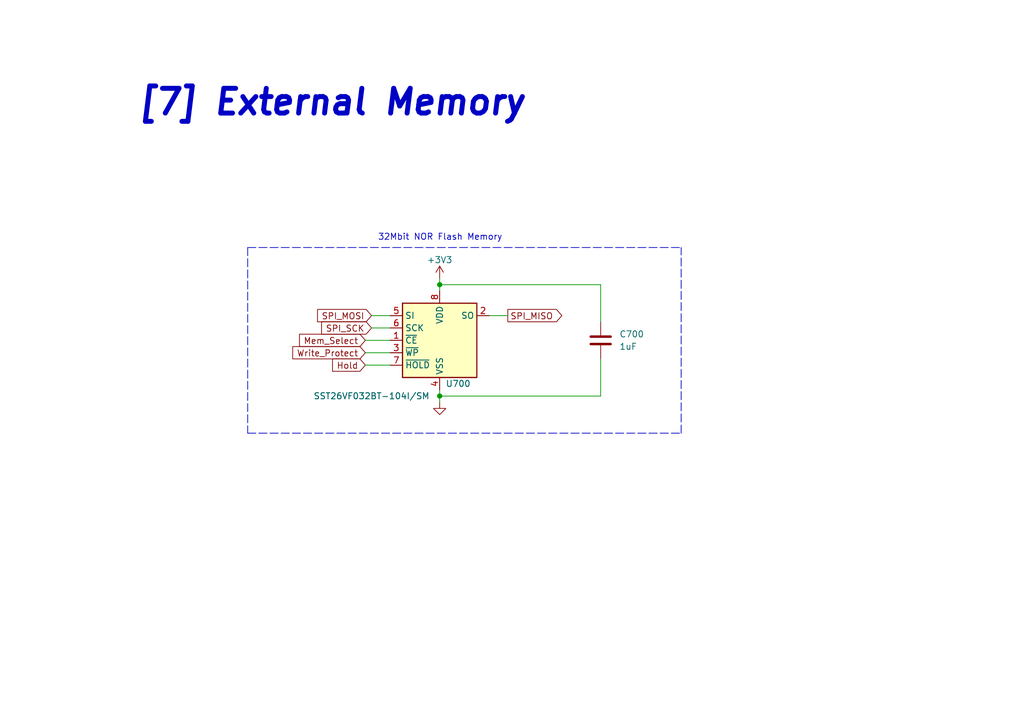
<source format=kicad_sch>
(kicad_sch (version 20211123) (generator eeschema)
  (paper "A5")
  (lib_symbols
    (symbol "Device:C" (pin_numbers hide) (pin_names (offset 0.254))
      (property "Reference" "C" (at 0.635 2.54 0))
      (property "Value" "C" (at 0.635 -2.54 0))
      (symbol "C_0_1"
        (polyline (pts (xy -2.032 -0.762) (xy 2.032 -0.762)) (stroke (width 0.508)))
        (polyline (pts (xy -2.032 0.762) (xy 2.032 0.762)) (stroke (width 0.508)))
      )
      (symbol "C_1_1"
        (pin passive line (at 0 3.81 270) (length 2.794) (name "~") (number "1"))
        (pin passive line (at 0 -3.81 90) (length 2.794) (name "~") (number "2"))
      )
    )
    (symbol "Memory_Flash:SST25VF080B-50-4x-S2Ax"
      (property "Reference" "U" (at -6.35 8.89 0))
      (property "Value" "SST25VF080B-50-4x-S2Ax" (at 13.97 8.89 0))
      (symbol "SST25VF080B-50-4x-S2Ax_1_1"
        (rectangle (start -7.62 7.62) (end 7.62 -7.62) (stroke (width 0.254)) (fill (type background)))
        (pin input line (at -10.16 0 0) (length 2.54) (name "~{CE}") (number "1"))
        (pin output line (at 10.16 5.08 180) (length 2.54) (name "SO") (number "2"))
        (pin input line (at -10.16 -2.54 0) (length 2.54) (name "~{WP}") (number "3"))
        (pin power_in line (at 0 -10.16 90) (length 2.54) (name "VSS") (number "4"))
        (pin input line (at -10.16 5.08 0) (length 2.54) (name "SI") (number "5"))
        (pin input line (at -10.16 2.54 0) (length 2.54) (name "SCK") (number "6"))
        (pin input line (at -10.16 -5.08 0) (length 2.54) (name "~{HOLD}") (number "7"))
        (pin power_in line (at 0 10.16 270) (length 2.54) (name "VDD") (number "8"))
      )
    )
    (symbol "power:+3.3V" (power) (pin_names (offset 0))
      (property "Value" "+3.3V" (at 0 3.556 0))
      (symbol "+3.3V_0_1"
        (polyline (pts (xy -0.762 1.27) (xy 0 2.54)))
        (polyline (pts (xy 0 0) (xy 0 2.54)))
        (polyline (pts (xy 0 2.54) (xy 0.762 1.27)))
      )
      (symbol "+3.3V_1_1"
        (pin power_in line (at 0 0 90) (length 0) hide (name "+3V3") (number "1"))
      )
    )
    (symbol "power:GND" (power) (pin_names (offset 0))
      (property "Value" "GND" (at 0 -3.81 0))
      (symbol "GND_0_1"
        (polyline (pts (xy 0 0) (xy 0 -1.27) (xy 1.27 -1.27) (xy 0 -2.54) (xy -1.27 -1.27) (xy 0 -1.27)))
      )
      (symbol "GND_1_1"
        (pin power_in line (at 0 0 270) (length 0) hide (name "GND") (number "1"))
      )
    )
  )
  (junction (at 90.17 81.28))
  (junction (at 90.17 58.42))
  (wire (pts (xy 90.17 81.28) (xy 90.17 82.55)))
  (polyline (pts (xy 50.8 50.8) (xy 50.8 88.9)))
  (wire (pts (xy 123.19 81.28) (xy 90.17 81.28)))
  (polyline (pts (xy 139.7 88.9) (xy 139.7 50.8)))
  (wire (pts (xy 104.14 64.77) (xy 100.33 64.77)))
  (wire (pts (xy 123.19 73.66) (xy 123.19 81.28)))
  (wire (pts (xy 74.93 72.39) (xy 80.01 72.39)))
  (wire (pts (xy 90.17 57.15) (xy 90.17 58.42)))
  (wire (pts (xy 74.93 69.85) (xy 80.01 69.85)))
  (polyline (pts (xy 50.8 50.8) (xy 139.7 50.8)))
  (wire (pts (xy 90.17 80.01) (xy 90.17 81.28)))
  (wire (pts (xy 123.19 58.42) (xy 90.17 58.42)))
  (wire (pts (xy 76.2 64.77) (xy 80.01 64.77)))
  (polyline (pts (xy 50.8 88.9) (xy 139.7 88.9)))
  (wire (pts (xy 90.17 58.42) (xy 90.17 59.69)))
  (wire (pts (xy 76.2 67.31) (xy 80.01 67.31)))
  (wire (pts (xy 74.93 74.93) (xy 80.01 74.93)))
  (wire (pts (xy 123.19 66.04) (xy 123.19 58.42)))
  (text "32Mbit NOR Flash Memory" (at 77.47 49.53 0) (effects (font (size 1.27 1.27)) (justify left bottom)))
  (text "[7] External Memory" (at 27.94 24.13 0) (effects (font (size 5.08 5.08) (thickness 1.016) bold italic) (justify left bottom)))
  (global_label "SPI_SCK" (shape input) (at 76.2 67.31 180) (property "Intersheet References" "${INTERSHEET_REFS}" (effects hide)))
  (global_label "Write_Protect" (shape input) (at 74.93 72.39 180) (property "Intersheet References" "${INTERSHEET_REFS}" (effects hide)))
  (global_label "SPI_MOSI" (shape input) (at 76.2 64.77 180) (property "Intersheet References" "${INTERSHEET_REFS}" (effects hide)))
  (global_label "Mem_Select" (shape input) (at 74.93 69.85 180) (property "Intersheet References" "${INTERSHEET_REFS}" (effects hide)))
  (global_label "SPI_MISO" (shape output) (at 104.14 64.77 0) (property "Intersheet References" "${INTERSHEET_REFS}" (effects hide)))
  (global_label "Hold" (shape input) (at 74.93 74.93 180) (property "Intersheet References" "${INTERSHEET_REFS}" (effects hide)))
  (symbol (lib_id "power:+3.3V") (at 90.17 57.15 0) (unit 1)
    (property "Reference" "#PWR0202" (effects hide))
    (property "Value" "+3.3V" (at 90.17 53.34 0))
  )
  (symbol (lib_id "Device:C") (at 123.19 69.85 180) (unit 1)
    (property "Reference" "C700" (at 127 68.5799 0) (effects (justify right)))
    (property "Value" "1uF" (at 127 71.1199 0) (effects (justify right)))
    (property "Footprint" "Capacitor_SMD:C_0603_1608Metric" (effects hide))
  )
  (symbol (lib_id "power:GND") (at 90.17 82.55 0) (unit 1)
    (property "Reference" "#PWR0201" (effects hide))
    (property "Value" "GND" (effects hide))
  )
  (symbol (lib_id "Memory_Flash:SST25VF080B-50-4x-S2Ax") (at 90.17 69.85 0) (unit 1)
    (property "Reference" "U700" (at 93.98 78.74 0))
    (property "Value" "SST26VF032BT-104I/SM" (at 76.2 81.28 0))
    (property "Footprint" "Package_SO:SOIC-8_5.275x5.275mm_P1.27mm" (effects hide))
    (property "Datasheet" "http://ww1.microchip.com/downloads/en/DeviceDoc/20005045C.pdf" (effects hide))
  )
)
</source>
